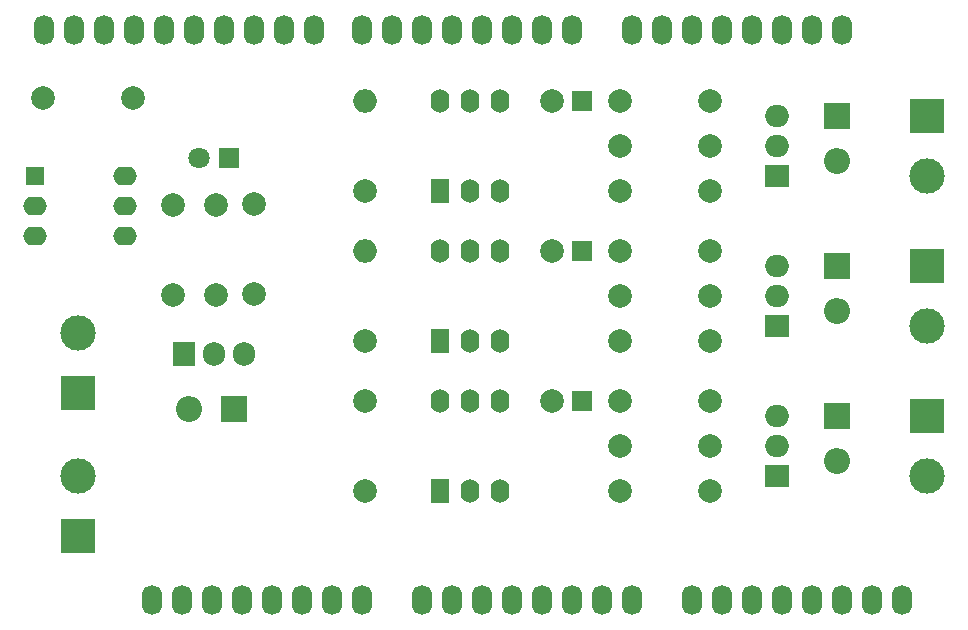
<source format=gbr>
G04 #@! TF.GenerationSoftware,KiCad,Pcbnew,(5.1.0)-1*
G04 #@! TF.CreationDate,2021-05-18T23:18:49-03:00*
G04 #@! TF.ProjectId,Arduino_Mega_Solenoid_Shield_r01,41726475-696e-46f5-9f4d-6567615f536f,rev?*
G04 #@! TF.SameCoordinates,Original*
G04 #@! TF.FileFunction,Copper,L1,Top*
G04 #@! TF.FilePolarity,Positive*
%FSLAX46Y46*%
G04 Gerber Fmt 4.6, Leading zero omitted, Abs format (unit mm)*
G04 Created by KiCad (PCBNEW (5.1.0)-1) date 2021-05-18 23:18:49*
%MOMM*%
%LPD*%
G04 APERTURE LIST*
%ADD10O,2.000000X1.600000*%
%ADD11R,1.600000X1.600000*%
%ADD12C,2.000000*%
%ADD13O,1.905000X2.000000*%
%ADD14R,1.905000X2.000000*%
%ADD15C,3.000000*%
%ADD16R,3.000000X3.000000*%
%ADD17R,1.800000X1.800000*%
%ADD18C,1.800000*%
%ADD19O,2.200000X2.200000*%
%ADD20R,2.200000X2.200000*%
%ADD21O,2.000000X2.000000*%
%ADD22R,1.600000X2.000000*%
%ADD23O,1.600000X2.000000*%
%ADD24O,1.727200X2.532000*%
%ADD25R,2.000000X1.905000*%
%ADD26O,2.000000X1.905000*%
G04 APERTURE END LIST*
D10*
X129057400Y-83210400D03*
X121437400Y-88290400D03*
X129057400Y-85750400D03*
X121437400Y-85750400D03*
X129057400Y-88290400D03*
D11*
X121437400Y-83210400D03*
D12*
X139954000Y-85623400D03*
X139954000Y-93243400D03*
X136753600Y-85648800D03*
X136753600Y-93268800D03*
X133121400Y-85648800D03*
X133121400Y-93268800D03*
X129768600Y-76657200D03*
X122148600Y-76657200D03*
D13*
X139166600Y-98323400D03*
X136626600Y-98323400D03*
D14*
X134086600Y-98323400D03*
D15*
X125120400Y-96545400D03*
D16*
X125120400Y-101625400D03*
D17*
X137871200Y-81737200D03*
D18*
X135331200Y-81737200D03*
D19*
X134518400Y-102971600D03*
D20*
X138328400Y-102971600D03*
D21*
X149377400Y-76835000D03*
D12*
X149377400Y-84455000D03*
D22*
X155727400Y-84455000D03*
D23*
X160807400Y-76835000D03*
X158267400Y-84455000D03*
X158267400Y-76835000D03*
X160807400Y-84455000D03*
X155727400Y-76835000D03*
D22*
X155727400Y-97155000D03*
D23*
X160807400Y-89535000D03*
X158267400Y-97155000D03*
X158267400Y-89535000D03*
X160807400Y-97155000D03*
X155727400Y-89535000D03*
X155727400Y-102235000D03*
X160807400Y-109855000D03*
X158267400Y-102235000D03*
X158267400Y-109855000D03*
X160807400Y-102235000D03*
D22*
X155727400Y-109855000D03*
D24*
X171958000Y-70866000D03*
X174498000Y-70866000D03*
X177038000Y-70866000D03*
X179578000Y-70866000D03*
X182118000Y-70866000D03*
X184658000Y-70866000D03*
X187198000Y-70866000D03*
X189738000Y-70866000D03*
X149098000Y-70866000D03*
X151638000Y-70866000D03*
X154178000Y-70866000D03*
X156718000Y-70866000D03*
X159258000Y-70866000D03*
X161798000Y-70866000D03*
X164338000Y-70866000D03*
X166878000Y-70866000D03*
X122174000Y-70866000D03*
X124714000Y-70866000D03*
X127254000Y-70866000D03*
X129794000Y-70866000D03*
X132334000Y-70866000D03*
X134874000Y-70866000D03*
X137414000Y-70866000D03*
X139954000Y-70866000D03*
X142494000Y-70866000D03*
X145034000Y-70866000D03*
X177038000Y-119126000D03*
X179578000Y-119126000D03*
X182118000Y-119126000D03*
X184658000Y-119126000D03*
X187198000Y-119126000D03*
X189738000Y-119126000D03*
X192278000Y-119126000D03*
X194818000Y-119126000D03*
X154178000Y-119126000D03*
X156718000Y-119126000D03*
X159258000Y-119126000D03*
X161798000Y-119126000D03*
X164338000Y-119126000D03*
X166878000Y-119126000D03*
X169418000Y-119126000D03*
X171958000Y-119126000D03*
X131318000Y-119126000D03*
X133858000Y-119126000D03*
X136398000Y-119126000D03*
X138938000Y-119126000D03*
X141478000Y-119126000D03*
X144018000Y-119126000D03*
X146558000Y-119126000D03*
X149098000Y-119126000D03*
D19*
X189382400Y-107315000D03*
D20*
X189382400Y-103505000D03*
D19*
X189382400Y-94615000D03*
D20*
X189382400Y-90805000D03*
D19*
X189382400Y-81915000D03*
D20*
X189382400Y-78105000D03*
D12*
X178587400Y-106045000D03*
X170967400Y-106045000D03*
X178587400Y-93345000D03*
X170967400Y-93345000D03*
X178587400Y-80645000D03*
X170967400Y-80645000D03*
X170967400Y-109855000D03*
X178587400Y-109855000D03*
X170967400Y-97155000D03*
X178587400Y-97155000D03*
X170967400Y-84455000D03*
X178587400Y-84455000D03*
X170967400Y-102235000D03*
X178587400Y-102235000D03*
X170967400Y-89535000D03*
X178587400Y-89535000D03*
X170967400Y-76835000D03*
X178587400Y-76835000D03*
X149377400Y-102235000D03*
X149377400Y-109855000D03*
D21*
X149377400Y-89535000D03*
D12*
X149377400Y-97155000D03*
D17*
X167792400Y-76835000D03*
D12*
X165252400Y-76835000D03*
D17*
X167792400Y-89535000D03*
D12*
X165252400Y-89535000D03*
D17*
X167792400Y-102235000D03*
D12*
X165252400Y-102235000D03*
D16*
X197002400Y-78105000D03*
D15*
X197002400Y-83185000D03*
X197002400Y-95885000D03*
D16*
X197002400Y-90805000D03*
X197002400Y-103505000D03*
D15*
X197002400Y-108585000D03*
X125095000Y-108585000D03*
D16*
X125095000Y-113665000D03*
D25*
X184302400Y-83185000D03*
D26*
X184302400Y-80645000D03*
X184302400Y-78105000D03*
X184302400Y-90805000D03*
X184302400Y-93345000D03*
D25*
X184302400Y-95885000D03*
D26*
X184302400Y-103505000D03*
X184302400Y-106045000D03*
D25*
X184302400Y-108585000D03*
M02*

</source>
